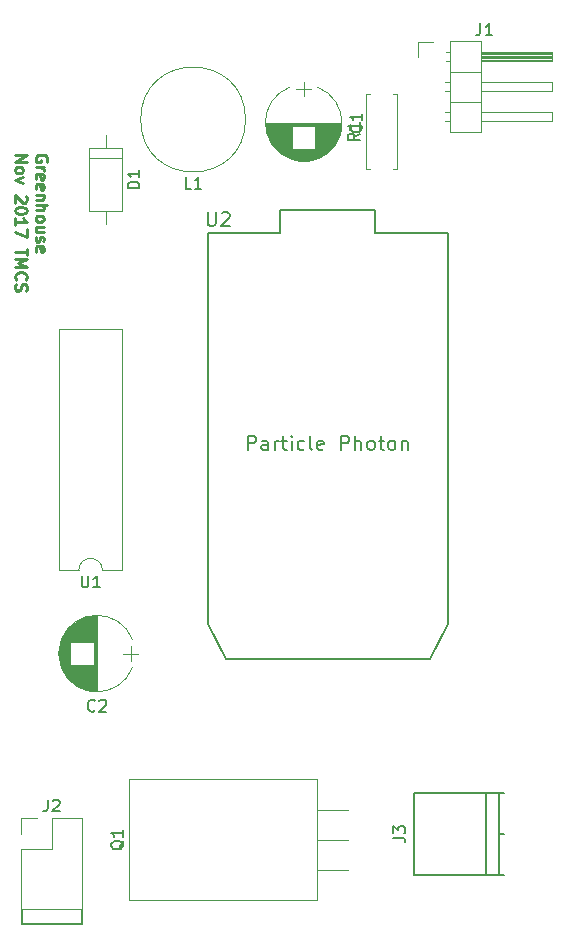
<source format=gbr>
G04 #@! TF.FileFunction,Legend,Top*
%FSLAX46Y46*%
G04 Gerber Fmt 4.6, Leading zero omitted, Abs format (unit mm)*
G04 Created by KiCad (PCBNEW 4.0.7) date 11/12/17 23:12:21*
%MOMM*%
%LPD*%
G01*
G04 APERTURE LIST*
%ADD10C,0.100000*%
%ADD11C,0.250000*%
%ADD12C,0.150000*%
%ADD13C,0.120000*%
G04 APERTURE END LIST*
D10*
D11*
X147425000Y-59943905D02*
X147472619Y-59848667D01*
X147472619Y-59705810D01*
X147425000Y-59562952D01*
X147329762Y-59467714D01*
X147234524Y-59420095D01*
X147044048Y-59372476D01*
X146901190Y-59372476D01*
X146710714Y-59420095D01*
X146615476Y-59467714D01*
X146520238Y-59562952D01*
X146472619Y-59705810D01*
X146472619Y-59801048D01*
X146520238Y-59943905D01*
X146567857Y-59991524D01*
X146901190Y-59991524D01*
X146901190Y-59801048D01*
X146472619Y-60420095D02*
X147139286Y-60420095D01*
X146948810Y-60420095D02*
X147044048Y-60467714D01*
X147091667Y-60515333D01*
X147139286Y-60610571D01*
X147139286Y-60705810D01*
X146520238Y-61420096D02*
X146472619Y-61324858D01*
X146472619Y-61134381D01*
X146520238Y-61039143D01*
X146615476Y-60991524D01*
X146996429Y-60991524D01*
X147091667Y-61039143D01*
X147139286Y-61134381D01*
X147139286Y-61324858D01*
X147091667Y-61420096D01*
X146996429Y-61467715D01*
X146901190Y-61467715D01*
X146805952Y-60991524D01*
X146520238Y-62277239D02*
X146472619Y-62182001D01*
X146472619Y-61991524D01*
X146520238Y-61896286D01*
X146615476Y-61848667D01*
X146996429Y-61848667D01*
X147091667Y-61896286D01*
X147139286Y-61991524D01*
X147139286Y-62182001D01*
X147091667Y-62277239D01*
X146996429Y-62324858D01*
X146901190Y-62324858D01*
X146805952Y-61848667D01*
X147139286Y-62753429D02*
X146472619Y-62753429D01*
X147044048Y-62753429D02*
X147091667Y-62801048D01*
X147139286Y-62896286D01*
X147139286Y-63039144D01*
X147091667Y-63134382D01*
X146996429Y-63182001D01*
X146472619Y-63182001D01*
X146472619Y-63658191D02*
X147472619Y-63658191D01*
X146472619Y-64086763D02*
X146996429Y-64086763D01*
X147091667Y-64039144D01*
X147139286Y-63943906D01*
X147139286Y-63801048D01*
X147091667Y-63705810D01*
X147044048Y-63658191D01*
X146472619Y-64705810D02*
X146520238Y-64610572D01*
X146567857Y-64562953D01*
X146663095Y-64515334D01*
X146948810Y-64515334D01*
X147044048Y-64562953D01*
X147091667Y-64610572D01*
X147139286Y-64705810D01*
X147139286Y-64848668D01*
X147091667Y-64943906D01*
X147044048Y-64991525D01*
X146948810Y-65039144D01*
X146663095Y-65039144D01*
X146567857Y-64991525D01*
X146520238Y-64943906D01*
X146472619Y-64848668D01*
X146472619Y-64705810D01*
X147139286Y-65896287D02*
X146472619Y-65896287D01*
X147139286Y-65467715D02*
X146615476Y-65467715D01*
X146520238Y-65515334D01*
X146472619Y-65610572D01*
X146472619Y-65753430D01*
X146520238Y-65848668D01*
X146567857Y-65896287D01*
X146520238Y-66324858D02*
X146472619Y-66420096D01*
X146472619Y-66610572D01*
X146520238Y-66705811D01*
X146615476Y-66753430D01*
X146663095Y-66753430D01*
X146758333Y-66705811D01*
X146805952Y-66610572D01*
X146805952Y-66467715D01*
X146853571Y-66372477D01*
X146948810Y-66324858D01*
X146996429Y-66324858D01*
X147091667Y-66372477D01*
X147139286Y-66467715D01*
X147139286Y-66610572D01*
X147091667Y-66705811D01*
X146520238Y-67562954D02*
X146472619Y-67467716D01*
X146472619Y-67277239D01*
X146520238Y-67182001D01*
X146615476Y-67134382D01*
X146996429Y-67134382D01*
X147091667Y-67182001D01*
X147139286Y-67277239D01*
X147139286Y-67467716D01*
X147091667Y-67562954D01*
X146996429Y-67610573D01*
X146901190Y-67610573D01*
X146805952Y-67134382D01*
X144722619Y-59420095D02*
X145722619Y-59420095D01*
X144722619Y-59991524D01*
X145722619Y-59991524D01*
X144722619Y-60610571D02*
X144770238Y-60515333D01*
X144817857Y-60467714D01*
X144913095Y-60420095D01*
X145198810Y-60420095D01*
X145294048Y-60467714D01*
X145341667Y-60515333D01*
X145389286Y-60610571D01*
X145389286Y-60753429D01*
X145341667Y-60848667D01*
X145294048Y-60896286D01*
X145198810Y-60943905D01*
X144913095Y-60943905D01*
X144817857Y-60896286D01*
X144770238Y-60848667D01*
X144722619Y-60753429D01*
X144722619Y-60610571D01*
X145389286Y-61277238D02*
X144722619Y-61515333D01*
X145389286Y-61753429D01*
X145627381Y-62848667D02*
X145675000Y-62896286D01*
X145722619Y-62991524D01*
X145722619Y-63229620D01*
X145675000Y-63324858D01*
X145627381Y-63372477D01*
X145532143Y-63420096D01*
X145436905Y-63420096D01*
X145294048Y-63372477D01*
X144722619Y-62801048D01*
X144722619Y-63420096D01*
X145722619Y-64039143D02*
X145722619Y-64134382D01*
X145675000Y-64229620D01*
X145627381Y-64277239D01*
X145532143Y-64324858D01*
X145341667Y-64372477D01*
X145103571Y-64372477D01*
X144913095Y-64324858D01*
X144817857Y-64277239D01*
X144770238Y-64229620D01*
X144722619Y-64134382D01*
X144722619Y-64039143D01*
X144770238Y-63943905D01*
X144817857Y-63896286D01*
X144913095Y-63848667D01*
X145103571Y-63801048D01*
X145341667Y-63801048D01*
X145532143Y-63848667D01*
X145627381Y-63896286D01*
X145675000Y-63943905D01*
X145722619Y-64039143D01*
X144722619Y-65324858D02*
X144722619Y-64753429D01*
X144722619Y-65039143D02*
X145722619Y-65039143D01*
X145579762Y-64943905D01*
X145484524Y-64848667D01*
X145436905Y-64753429D01*
X145722619Y-65658191D02*
X145722619Y-66324858D01*
X144722619Y-65896286D01*
X145722619Y-67324858D02*
X145722619Y-67896287D01*
X144722619Y-67610572D02*
X145722619Y-67610572D01*
X144722619Y-68229620D02*
X145722619Y-68229620D01*
X145008333Y-68562954D01*
X145722619Y-68896287D01*
X144722619Y-68896287D01*
X144817857Y-69943906D02*
X144770238Y-69896287D01*
X144722619Y-69753430D01*
X144722619Y-69658192D01*
X144770238Y-69515334D01*
X144865476Y-69420096D01*
X144960714Y-69372477D01*
X145151190Y-69324858D01*
X145294048Y-69324858D01*
X145484524Y-69372477D01*
X145579762Y-69420096D01*
X145675000Y-69515334D01*
X145722619Y-69658192D01*
X145722619Y-69753430D01*
X145675000Y-69896287D01*
X145627381Y-69943906D01*
X144770238Y-70324858D02*
X144722619Y-70467715D01*
X144722619Y-70705811D01*
X144770238Y-70801049D01*
X144817857Y-70848668D01*
X144913095Y-70896287D01*
X145008333Y-70896287D01*
X145103571Y-70848668D01*
X145151190Y-70801049D01*
X145198810Y-70705811D01*
X145246429Y-70515334D01*
X145294048Y-70420096D01*
X145341667Y-70372477D01*
X145436905Y-70324858D01*
X145532143Y-70324858D01*
X145627381Y-70372477D01*
X145675000Y-70420096D01*
X145722619Y-70515334D01*
X145722619Y-70753430D01*
X145675000Y-70896287D01*
D12*
X181358540Y-99071720D02*
X179834540Y-102101720D01*
X161038540Y-99071720D02*
X162562540Y-102101720D01*
X162562540Y-102101720D02*
X179834540Y-102101720D01*
X181358540Y-65961260D02*
X181358540Y-99071720D01*
X161038540Y-65961720D02*
X161038540Y-99071720D01*
X175211740Y-65961260D02*
X181358540Y-65961260D01*
X167185340Y-65961720D02*
X161038540Y-65961720D01*
X167185340Y-64056260D02*
X167185340Y-65961260D01*
X175211740Y-64056260D02*
X175211740Y-65961260D01*
X167185340Y-64056260D02*
X175211740Y-64056260D01*
D13*
X170343136Y-59679820D02*
G75*
G03X170344000Y-53644518I-1179136J3017820D01*
G01*
X167984864Y-59679820D02*
G75*
G02X167984000Y-53644518I1179136J3017820D01*
G01*
X167984864Y-59679820D02*
G75*
G03X170344000Y-59679482I1179136J3017820D01*
G01*
X172364000Y-56662000D02*
X165964000Y-56662000D01*
X172364000Y-56702000D02*
X165964000Y-56702000D01*
X172364000Y-56742000D02*
X165964000Y-56742000D01*
X172362000Y-56782000D02*
X165966000Y-56782000D01*
X172361000Y-56822000D02*
X165967000Y-56822000D01*
X172358000Y-56862000D02*
X165970000Y-56862000D01*
X172356000Y-56902000D02*
X165972000Y-56902000D01*
X172352000Y-56942000D02*
X170144000Y-56942000D01*
X168184000Y-56942000D02*
X165976000Y-56942000D01*
X172349000Y-56982000D02*
X170144000Y-56982000D01*
X168184000Y-56982000D02*
X165979000Y-56982000D01*
X172344000Y-57022000D02*
X170144000Y-57022000D01*
X168184000Y-57022000D02*
X165984000Y-57022000D01*
X172340000Y-57062000D02*
X170144000Y-57062000D01*
X168184000Y-57062000D02*
X165988000Y-57062000D01*
X172334000Y-57102000D02*
X170144000Y-57102000D01*
X168184000Y-57102000D02*
X165994000Y-57102000D01*
X172329000Y-57142000D02*
X170144000Y-57142000D01*
X168184000Y-57142000D02*
X165999000Y-57142000D01*
X172322000Y-57182000D02*
X170144000Y-57182000D01*
X168184000Y-57182000D02*
X166006000Y-57182000D01*
X172316000Y-57222000D02*
X170144000Y-57222000D01*
X168184000Y-57222000D02*
X166012000Y-57222000D01*
X172308000Y-57262000D02*
X170144000Y-57262000D01*
X168184000Y-57262000D02*
X166020000Y-57262000D01*
X172301000Y-57302000D02*
X170144000Y-57302000D01*
X168184000Y-57302000D02*
X166027000Y-57302000D01*
X172292000Y-57342000D02*
X170144000Y-57342000D01*
X168184000Y-57342000D02*
X166036000Y-57342000D01*
X172283000Y-57383000D02*
X170144000Y-57383000D01*
X168184000Y-57383000D02*
X166045000Y-57383000D01*
X172274000Y-57423000D02*
X170144000Y-57423000D01*
X168184000Y-57423000D02*
X166054000Y-57423000D01*
X172264000Y-57463000D02*
X170144000Y-57463000D01*
X168184000Y-57463000D02*
X166064000Y-57463000D01*
X172254000Y-57503000D02*
X170144000Y-57503000D01*
X168184000Y-57503000D02*
X166074000Y-57503000D01*
X172243000Y-57543000D02*
X170144000Y-57543000D01*
X168184000Y-57543000D02*
X166085000Y-57543000D01*
X172231000Y-57583000D02*
X170144000Y-57583000D01*
X168184000Y-57583000D02*
X166097000Y-57583000D01*
X172219000Y-57623000D02*
X170144000Y-57623000D01*
X168184000Y-57623000D02*
X166109000Y-57623000D01*
X172206000Y-57663000D02*
X170144000Y-57663000D01*
X168184000Y-57663000D02*
X166122000Y-57663000D01*
X172193000Y-57703000D02*
X170144000Y-57703000D01*
X168184000Y-57703000D02*
X166135000Y-57703000D01*
X172179000Y-57743000D02*
X170144000Y-57743000D01*
X168184000Y-57743000D02*
X166149000Y-57743000D01*
X172165000Y-57783000D02*
X170144000Y-57783000D01*
X168184000Y-57783000D02*
X166163000Y-57783000D01*
X172150000Y-57823000D02*
X170144000Y-57823000D01*
X168184000Y-57823000D02*
X166178000Y-57823000D01*
X172134000Y-57863000D02*
X170144000Y-57863000D01*
X168184000Y-57863000D02*
X166194000Y-57863000D01*
X172118000Y-57903000D02*
X170144000Y-57903000D01*
X168184000Y-57903000D02*
X166210000Y-57903000D01*
X172101000Y-57943000D02*
X170144000Y-57943000D01*
X168184000Y-57943000D02*
X166227000Y-57943000D01*
X172083000Y-57983000D02*
X170144000Y-57983000D01*
X168184000Y-57983000D02*
X166245000Y-57983000D01*
X172065000Y-58023000D02*
X170144000Y-58023000D01*
X168184000Y-58023000D02*
X166263000Y-58023000D01*
X172046000Y-58063000D02*
X170144000Y-58063000D01*
X168184000Y-58063000D02*
X166282000Y-58063000D01*
X172027000Y-58103000D02*
X170144000Y-58103000D01*
X168184000Y-58103000D02*
X166301000Y-58103000D01*
X172007000Y-58143000D02*
X170144000Y-58143000D01*
X168184000Y-58143000D02*
X166321000Y-58143000D01*
X171986000Y-58183000D02*
X170144000Y-58183000D01*
X168184000Y-58183000D02*
X166342000Y-58183000D01*
X171964000Y-58223000D02*
X170144000Y-58223000D01*
X168184000Y-58223000D02*
X166364000Y-58223000D01*
X171942000Y-58263000D02*
X170144000Y-58263000D01*
X168184000Y-58263000D02*
X166386000Y-58263000D01*
X171919000Y-58303000D02*
X170144000Y-58303000D01*
X168184000Y-58303000D02*
X166409000Y-58303000D01*
X171895000Y-58343000D02*
X170144000Y-58343000D01*
X168184000Y-58343000D02*
X166433000Y-58343000D01*
X171870000Y-58383000D02*
X170144000Y-58383000D01*
X168184000Y-58383000D02*
X166458000Y-58383000D01*
X171845000Y-58423000D02*
X170144000Y-58423000D01*
X168184000Y-58423000D02*
X166483000Y-58423000D01*
X171818000Y-58463000D02*
X170144000Y-58463000D01*
X168184000Y-58463000D02*
X166510000Y-58463000D01*
X171791000Y-58503000D02*
X170144000Y-58503000D01*
X168184000Y-58503000D02*
X166537000Y-58503000D01*
X171763000Y-58543000D02*
X170144000Y-58543000D01*
X168184000Y-58543000D02*
X166565000Y-58543000D01*
X171734000Y-58583000D02*
X170144000Y-58583000D01*
X168184000Y-58583000D02*
X166594000Y-58583000D01*
X171704000Y-58623000D02*
X170144000Y-58623000D01*
X168184000Y-58623000D02*
X166624000Y-58623000D01*
X171674000Y-58663000D02*
X170144000Y-58663000D01*
X168184000Y-58663000D02*
X166654000Y-58663000D01*
X171642000Y-58703000D02*
X170144000Y-58703000D01*
X168184000Y-58703000D02*
X166686000Y-58703000D01*
X171609000Y-58743000D02*
X170144000Y-58743000D01*
X168184000Y-58743000D02*
X166719000Y-58743000D01*
X171575000Y-58783000D02*
X170144000Y-58783000D01*
X168184000Y-58783000D02*
X166753000Y-58783000D01*
X171539000Y-58823000D02*
X170144000Y-58823000D01*
X168184000Y-58823000D02*
X166789000Y-58823000D01*
X171503000Y-58863000D02*
X170144000Y-58863000D01*
X168184000Y-58863000D02*
X166825000Y-58863000D01*
X171465000Y-58903000D02*
X166863000Y-58903000D01*
X171426000Y-58943000D02*
X166902000Y-58943000D01*
X171386000Y-58983000D02*
X166942000Y-58983000D01*
X171344000Y-59023000D02*
X166984000Y-59023000D01*
X171301000Y-59063000D02*
X167027000Y-59063000D01*
X171256000Y-59103000D02*
X167072000Y-59103000D01*
X171209000Y-59143000D02*
X167119000Y-59143000D01*
X171161000Y-59183000D02*
X167167000Y-59183000D01*
X171110000Y-59223000D02*
X167218000Y-59223000D01*
X171058000Y-59263000D02*
X167270000Y-59263000D01*
X171003000Y-59303000D02*
X167325000Y-59303000D01*
X170945000Y-59343000D02*
X167383000Y-59343000D01*
X170885000Y-59383000D02*
X167443000Y-59383000D01*
X170822000Y-59423000D02*
X167506000Y-59423000D01*
X170755000Y-59463000D02*
X167573000Y-59463000D01*
X170684000Y-59503000D02*
X167644000Y-59503000D01*
X170609000Y-59543000D02*
X167719000Y-59543000D01*
X170528000Y-59583000D02*
X167800000Y-59583000D01*
X170442000Y-59623000D02*
X167886000Y-59623000D01*
X170348000Y-59663000D02*
X167980000Y-59663000D01*
X170245000Y-59703000D02*
X168083000Y-59703000D01*
X170130000Y-59743000D02*
X168198000Y-59743000D01*
X169998000Y-59783000D02*
X168330000Y-59783000D01*
X169840000Y-59823000D02*
X168488000Y-59823000D01*
X169632000Y-59863000D02*
X168696000Y-59863000D01*
X169164000Y-53212000D02*
X169164000Y-54412000D01*
X169814000Y-53812000D02*
X168514000Y-53812000D01*
X148640180Y-102779136D02*
G75*
G03X154675482Y-102780000I3017820J1179136D01*
G01*
X148640180Y-100420864D02*
G75*
G02X154675482Y-100420000I3017820J-1179136D01*
G01*
X148640180Y-100420864D02*
G75*
G03X148640518Y-102780000I3017820J-1179136D01*
G01*
X151658000Y-104800000D02*
X151658000Y-98400000D01*
X151618000Y-104800000D02*
X151618000Y-98400000D01*
X151578000Y-104800000D02*
X151578000Y-98400000D01*
X151538000Y-104798000D02*
X151538000Y-98402000D01*
X151498000Y-104797000D02*
X151498000Y-98403000D01*
X151458000Y-104794000D02*
X151458000Y-98406000D01*
X151418000Y-104792000D02*
X151418000Y-98408000D01*
X151378000Y-104788000D02*
X151378000Y-102580000D01*
X151378000Y-100620000D02*
X151378000Y-98412000D01*
X151338000Y-104785000D02*
X151338000Y-102580000D01*
X151338000Y-100620000D02*
X151338000Y-98415000D01*
X151298000Y-104780000D02*
X151298000Y-102580000D01*
X151298000Y-100620000D02*
X151298000Y-98420000D01*
X151258000Y-104776000D02*
X151258000Y-102580000D01*
X151258000Y-100620000D02*
X151258000Y-98424000D01*
X151218000Y-104770000D02*
X151218000Y-102580000D01*
X151218000Y-100620000D02*
X151218000Y-98430000D01*
X151178000Y-104765000D02*
X151178000Y-102580000D01*
X151178000Y-100620000D02*
X151178000Y-98435000D01*
X151138000Y-104758000D02*
X151138000Y-102580000D01*
X151138000Y-100620000D02*
X151138000Y-98442000D01*
X151098000Y-104752000D02*
X151098000Y-102580000D01*
X151098000Y-100620000D02*
X151098000Y-98448000D01*
X151058000Y-104744000D02*
X151058000Y-102580000D01*
X151058000Y-100620000D02*
X151058000Y-98456000D01*
X151018000Y-104737000D02*
X151018000Y-102580000D01*
X151018000Y-100620000D02*
X151018000Y-98463000D01*
X150978000Y-104728000D02*
X150978000Y-102580000D01*
X150978000Y-100620000D02*
X150978000Y-98472000D01*
X150937000Y-104719000D02*
X150937000Y-102580000D01*
X150937000Y-100620000D02*
X150937000Y-98481000D01*
X150897000Y-104710000D02*
X150897000Y-102580000D01*
X150897000Y-100620000D02*
X150897000Y-98490000D01*
X150857000Y-104700000D02*
X150857000Y-102580000D01*
X150857000Y-100620000D02*
X150857000Y-98500000D01*
X150817000Y-104690000D02*
X150817000Y-102580000D01*
X150817000Y-100620000D02*
X150817000Y-98510000D01*
X150777000Y-104679000D02*
X150777000Y-102580000D01*
X150777000Y-100620000D02*
X150777000Y-98521000D01*
X150737000Y-104667000D02*
X150737000Y-102580000D01*
X150737000Y-100620000D02*
X150737000Y-98533000D01*
X150697000Y-104655000D02*
X150697000Y-102580000D01*
X150697000Y-100620000D02*
X150697000Y-98545000D01*
X150657000Y-104642000D02*
X150657000Y-102580000D01*
X150657000Y-100620000D02*
X150657000Y-98558000D01*
X150617000Y-104629000D02*
X150617000Y-102580000D01*
X150617000Y-100620000D02*
X150617000Y-98571000D01*
X150577000Y-104615000D02*
X150577000Y-102580000D01*
X150577000Y-100620000D02*
X150577000Y-98585000D01*
X150537000Y-104601000D02*
X150537000Y-102580000D01*
X150537000Y-100620000D02*
X150537000Y-98599000D01*
X150497000Y-104586000D02*
X150497000Y-102580000D01*
X150497000Y-100620000D02*
X150497000Y-98614000D01*
X150457000Y-104570000D02*
X150457000Y-102580000D01*
X150457000Y-100620000D02*
X150457000Y-98630000D01*
X150417000Y-104554000D02*
X150417000Y-102580000D01*
X150417000Y-100620000D02*
X150417000Y-98646000D01*
X150377000Y-104537000D02*
X150377000Y-102580000D01*
X150377000Y-100620000D02*
X150377000Y-98663000D01*
X150337000Y-104519000D02*
X150337000Y-102580000D01*
X150337000Y-100620000D02*
X150337000Y-98681000D01*
X150297000Y-104501000D02*
X150297000Y-102580000D01*
X150297000Y-100620000D02*
X150297000Y-98699000D01*
X150257000Y-104482000D02*
X150257000Y-102580000D01*
X150257000Y-100620000D02*
X150257000Y-98718000D01*
X150217000Y-104463000D02*
X150217000Y-102580000D01*
X150217000Y-100620000D02*
X150217000Y-98737000D01*
X150177000Y-104443000D02*
X150177000Y-102580000D01*
X150177000Y-100620000D02*
X150177000Y-98757000D01*
X150137000Y-104422000D02*
X150137000Y-102580000D01*
X150137000Y-100620000D02*
X150137000Y-98778000D01*
X150097000Y-104400000D02*
X150097000Y-102580000D01*
X150097000Y-100620000D02*
X150097000Y-98800000D01*
X150057000Y-104378000D02*
X150057000Y-102580000D01*
X150057000Y-100620000D02*
X150057000Y-98822000D01*
X150017000Y-104355000D02*
X150017000Y-102580000D01*
X150017000Y-100620000D02*
X150017000Y-98845000D01*
X149977000Y-104331000D02*
X149977000Y-102580000D01*
X149977000Y-100620000D02*
X149977000Y-98869000D01*
X149937000Y-104306000D02*
X149937000Y-102580000D01*
X149937000Y-100620000D02*
X149937000Y-98894000D01*
X149897000Y-104281000D02*
X149897000Y-102580000D01*
X149897000Y-100620000D02*
X149897000Y-98919000D01*
X149857000Y-104254000D02*
X149857000Y-102580000D01*
X149857000Y-100620000D02*
X149857000Y-98946000D01*
X149817000Y-104227000D02*
X149817000Y-102580000D01*
X149817000Y-100620000D02*
X149817000Y-98973000D01*
X149777000Y-104199000D02*
X149777000Y-102580000D01*
X149777000Y-100620000D02*
X149777000Y-99001000D01*
X149737000Y-104170000D02*
X149737000Y-102580000D01*
X149737000Y-100620000D02*
X149737000Y-99030000D01*
X149697000Y-104140000D02*
X149697000Y-102580000D01*
X149697000Y-100620000D02*
X149697000Y-99060000D01*
X149657000Y-104110000D02*
X149657000Y-102580000D01*
X149657000Y-100620000D02*
X149657000Y-99090000D01*
X149617000Y-104078000D02*
X149617000Y-102580000D01*
X149617000Y-100620000D02*
X149617000Y-99122000D01*
X149577000Y-104045000D02*
X149577000Y-102580000D01*
X149577000Y-100620000D02*
X149577000Y-99155000D01*
X149537000Y-104011000D02*
X149537000Y-102580000D01*
X149537000Y-100620000D02*
X149537000Y-99189000D01*
X149497000Y-103975000D02*
X149497000Y-102580000D01*
X149497000Y-100620000D02*
X149497000Y-99225000D01*
X149457000Y-103939000D02*
X149457000Y-102580000D01*
X149457000Y-100620000D02*
X149457000Y-99261000D01*
X149417000Y-103901000D02*
X149417000Y-99299000D01*
X149377000Y-103862000D02*
X149377000Y-99338000D01*
X149337000Y-103822000D02*
X149337000Y-99378000D01*
X149297000Y-103780000D02*
X149297000Y-99420000D01*
X149257000Y-103737000D02*
X149257000Y-99463000D01*
X149217000Y-103692000D02*
X149217000Y-99508000D01*
X149177000Y-103645000D02*
X149177000Y-99555000D01*
X149137000Y-103597000D02*
X149137000Y-99603000D01*
X149097000Y-103546000D02*
X149097000Y-99654000D01*
X149057000Y-103494000D02*
X149057000Y-99706000D01*
X149017000Y-103439000D02*
X149017000Y-99761000D01*
X148977000Y-103381000D02*
X148977000Y-99819000D01*
X148937000Y-103321000D02*
X148937000Y-99879000D01*
X148897000Y-103258000D02*
X148897000Y-99942000D01*
X148857000Y-103191000D02*
X148857000Y-100009000D01*
X148817000Y-103120000D02*
X148817000Y-100080000D01*
X148777000Y-103045000D02*
X148777000Y-100155000D01*
X148737000Y-102964000D02*
X148737000Y-100236000D01*
X148697000Y-102878000D02*
X148697000Y-100322000D01*
X148657000Y-102784000D02*
X148657000Y-100416000D01*
X148617000Y-102681000D02*
X148617000Y-100519000D01*
X148577000Y-102566000D02*
X148577000Y-100634000D01*
X148537000Y-102434000D02*
X148537000Y-100766000D01*
X148497000Y-102276000D02*
X148497000Y-100924000D01*
X148457000Y-102068000D02*
X148457000Y-101132000D01*
X155108000Y-101600000D02*
X153908000Y-101600000D01*
X154508000Y-102250000D02*
X154508000Y-100950000D01*
X153810000Y-58808000D02*
X150990000Y-58808000D01*
X150990000Y-58808000D02*
X150990000Y-64128000D01*
X150990000Y-64128000D02*
X153810000Y-64128000D01*
X153810000Y-64128000D02*
X153810000Y-58808000D01*
X152400000Y-57668000D02*
X152400000Y-58808000D01*
X152400000Y-65268000D02*
X152400000Y-64128000D01*
X153810000Y-59648000D02*
X150990000Y-59648000D01*
X181526000Y-49724000D02*
X181526000Y-57464000D01*
X181526000Y-57464000D02*
X184186000Y-57464000D01*
X184186000Y-57464000D02*
X184186000Y-49724000D01*
X184186000Y-49724000D02*
X181526000Y-49724000D01*
X184186000Y-50674000D02*
X190186000Y-50674000D01*
X190186000Y-50674000D02*
X190186000Y-51434000D01*
X190186000Y-51434000D02*
X184186000Y-51434000D01*
X184186000Y-50734000D02*
X190186000Y-50734000D01*
X184186000Y-50854000D02*
X190186000Y-50854000D01*
X184186000Y-50974000D02*
X190186000Y-50974000D01*
X184186000Y-51094000D02*
X190186000Y-51094000D01*
X184186000Y-51214000D02*
X190186000Y-51214000D01*
X184186000Y-51334000D02*
X190186000Y-51334000D01*
X181196000Y-50674000D02*
X181526000Y-50674000D01*
X181196000Y-51434000D02*
X181526000Y-51434000D01*
X181526000Y-52324000D02*
X184186000Y-52324000D01*
X184186000Y-53214000D02*
X190186000Y-53214000D01*
X190186000Y-53214000D02*
X190186000Y-53974000D01*
X190186000Y-53974000D02*
X184186000Y-53974000D01*
X181128929Y-53214000D02*
X181526000Y-53214000D01*
X181128929Y-53974000D02*
X181526000Y-53974000D01*
X181526000Y-54864000D02*
X184186000Y-54864000D01*
X184186000Y-55754000D02*
X190186000Y-55754000D01*
X190186000Y-55754000D02*
X190186000Y-56514000D01*
X190186000Y-56514000D02*
X184186000Y-56514000D01*
X181128929Y-55754000D02*
X181526000Y-55754000D01*
X181128929Y-56514000D02*
X181526000Y-56514000D01*
X178816000Y-51054000D02*
X178816000Y-49784000D01*
X178816000Y-49784000D02*
X180086000Y-49784000D01*
D12*
X150368000Y-124460000D02*
X150368000Y-123190000D01*
X145288000Y-124460000D02*
X150368000Y-124460000D01*
X145288000Y-123190000D02*
X145288000Y-124460000D01*
D13*
X145228000Y-123250000D02*
X150428000Y-123250000D01*
X145228000Y-118110000D02*
X145228000Y-123250000D01*
X150428000Y-115510000D02*
X150428000Y-123250000D01*
X145228000Y-118110000D02*
X147828000Y-118110000D01*
X147828000Y-118110000D02*
X147828000Y-115510000D01*
X147828000Y-115510000D02*
X150428000Y-115510000D01*
X145228000Y-116840000D02*
X145228000Y-115510000D01*
X145228000Y-115510000D02*
X146558000Y-115510000D01*
D12*
X185710000Y-116868000D02*
X186110000Y-116868000D01*
X184610000Y-120368000D02*
X184610000Y-113368000D01*
X185710000Y-120368000D02*
X185710000Y-113368000D01*
X178510000Y-120368000D02*
X186110000Y-120368000D01*
X186110000Y-113368000D02*
X178510000Y-113368000D01*
X178510000Y-113368000D02*
X178510000Y-120368000D01*
D13*
X164246000Y-56388000D02*
G75*
G03X164246000Y-56388000I-4440000J0D01*
G01*
X174788000Y-60614000D02*
X174458000Y-60614000D01*
X174458000Y-60614000D02*
X174458000Y-54194000D01*
X174458000Y-54194000D02*
X174788000Y-54194000D01*
X176748000Y-60614000D02*
X177078000Y-60614000D01*
X177078000Y-60614000D02*
X177078000Y-54194000D01*
X177078000Y-54194000D02*
X176748000Y-54194000D01*
X150130000Y-94548000D02*
G75*
G02X152130000Y-94548000I1000000J0D01*
G01*
X152130000Y-94548000D02*
X153780000Y-94548000D01*
X153780000Y-94548000D02*
X153780000Y-74108000D01*
X153780000Y-74108000D02*
X148480000Y-74108000D01*
X148480000Y-74108000D02*
X148480000Y-94548000D01*
X148480000Y-94548000D02*
X150130000Y-94548000D01*
X170300000Y-122468000D02*
X170300000Y-112228000D01*
X154410000Y-122468000D02*
X154410000Y-112228000D01*
X154410000Y-122468000D02*
X170300000Y-122468000D01*
X154410000Y-112228000D02*
X170300000Y-112228000D01*
X170300000Y-119888000D02*
X172940000Y-119888000D01*
X170300000Y-117348000D02*
X172924000Y-117348000D01*
X170300000Y-114808000D02*
X172924000Y-114808000D01*
D12*
X161024254Y-64204117D02*
X161024254Y-65175546D01*
X161081397Y-65289831D01*
X161138540Y-65346974D01*
X161252826Y-65404117D01*
X161481397Y-65404117D01*
X161595683Y-65346974D01*
X161652826Y-65289831D01*
X161709969Y-65175546D01*
X161709969Y-64204117D01*
X162224254Y-64318403D02*
X162281397Y-64261260D01*
X162395683Y-64204117D01*
X162681397Y-64204117D01*
X162795683Y-64261260D01*
X162852826Y-64318403D01*
X162909969Y-64432689D01*
X162909969Y-64546974D01*
X162852826Y-64718403D01*
X162167112Y-65404117D01*
X162909969Y-65404117D01*
X164427113Y-84362857D02*
X164427113Y-83162857D01*
X164884256Y-83162857D01*
X164998542Y-83220000D01*
X165055685Y-83277143D01*
X165112828Y-83391429D01*
X165112828Y-83562857D01*
X165055685Y-83677143D01*
X164998542Y-83734286D01*
X164884256Y-83791429D01*
X164427113Y-83791429D01*
X166141399Y-84362857D02*
X166141399Y-83734286D01*
X166084256Y-83620000D01*
X165969970Y-83562857D01*
X165741399Y-83562857D01*
X165627113Y-83620000D01*
X166141399Y-84305714D02*
X166027113Y-84362857D01*
X165741399Y-84362857D01*
X165627113Y-84305714D01*
X165569970Y-84191429D01*
X165569970Y-84077143D01*
X165627113Y-83962857D01*
X165741399Y-83905714D01*
X166027113Y-83905714D01*
X166141399Y-83848571D01*
X166712827Y-84362857D02*
X166712827Y-83562857D01*
X166712827Y-83791429D02*
X166769970Y-83677143D01*
X166827113Y-83620000D01*
X166941399Y-83562857D01*
X167055684Y-83562857D01*
X167284256Y-83562857D02*
X167741399Y-83562857D01*
X167455684Y-83162857D02*
X167455684Y-84191429D01*
X167512827Y-84305714D01*
X167627113Y-84362857D01*
X167741399Y-84362857D01*
X168141398Y-84362857D02*
X168141398Y-83562857D01*
X168141398Y-83162857D02*
X168084255Y-83220000D01*
X168141398Y-83277143D01*
X168198541Y-83220000D01*
X168141398Y-83162857D01*
X168141398Y-83277143D01*
X169227113Y-84305714D02*
X169112827Y-84362857D01*
X168884256Y-84362857D01*
X168769970Y-84305714D01*
X168712827Y-84248571D01*
X168655684Y-84134286D01*
X168655684Y-83791429D01*
X168712827Y-83677143D01*
X168769970Y-83620000D01*
X168884256Y-83562857D01*
X169112827Y-83562857D01*
X169227113Y-83620000D01*
X169912827Y-84362857D02*
X169798541Y-84305714D01*
X169741398Y-84191429D01*
X169741398Y-83162857D01*
X170827112Y-84305714D02*
X170712826Y-84362857D01*
X170484255Y-84362857D01*
X170369969Y-84305714D01*
X170312826Y-84191429D01*
X170312826Y-83734286D01*
X170369969Y-83620000D01*
X170484255Y-83562857D01*
X170712826Y-83562857D01*
X170827112Y-83620000D01*
X170884255Y-83734286D01*
X170884255Y-83848571D01*
X170312826Y-83962857D01*
X172312826Y-84362857D02*
X172312826Y-83162857D01*
X172769969Y-83162857D01*
X172884255Y-83220000D01*
X172941398Y-83277143D01*
X172998541Y-83391429D01*
X172998541Y-83562857D01*
X172941398Y-83677143D01*
X172884255Y-83734286D01*
X172769969Y-83791429D01*
X172312826Y-83791429D01*
X173512826Y-84362857D02*
X173512826Y-83162857D01*
X174027112Y-84362857D02*
X174027112Y-83734286D01*
X173969969Y-83620000D01*
X173855683Y-83562857D01*
X173684255Y-83562857D01*
X173569969Y-83620000D01*
X173512826Y-83677143D01*
X174769969Y-84362857D02*
X174655683Y-84305714D01*
X174598540Y-84248571D01*
X174541397Y-84134286D01*
X174541397Y-83791429D01*
X174598540Y-83677143D01*
X174655683Y-83620000D01*
X174769969Y-83562857D01*
X174941397Y-83562857D01*
X175055683Y-83620000D01*
X175112826Y-83677143D01*
X175169969Y-83791429D01*
X175169969Y-84134286D01*
X175112826Y-84248571D01*
X175055683Y-84305714D01*
X174941397Y-84362857D01*
X174769969Y-84362857D01*
X175512826Y-83562857D02*
X175969969Y-83562857D01*
X175684254Y-83162857D02*
X175684254Y-84191429D01*
X175741397Y-84305714D01*
X175855683Y-84362857D01*
X175969969Y-84362857D01*
X176541397Y-84362857D02*
X176427111Y-84305714D01*
X176369968Y-84248571D01*
X176312825Y-84134286D01*
X176312825Y-83791429D01*
X176369968Y-83677143D01*
X176427111Y-83620000D01*
X176541397Y-83562857D01*
X176712825Y-83562857D01*
X176827111Y-83620000D01*
X176884254Y-83677143D01*
X176941397Y-83791429D01*
X176941397Y-84134286D01*
X176884254Y-84248571D01*
X176827111Y-84305714D01*
X176712825Y-84362857D01*
X176541397Y-84362857D01*
X177455682Y-83562857D02*
X177455682Y-84362857D01*
X177455682Y-83677143D02*
X177512825Y-83620000D01*
X177627111Y-83562857D01*
X177798539Y-83562857D01*
X177912825Y-83620000D01*
X177969968Y-83734286D01*
X177969968Y-84362857D01*
X173981143Y-56828666D02*
X174028762Y-56876285D01*
X174076381Y-57019142D01*
X174076381Y-57114380D01*
X174028762Y-57257238D01*
X173933524Y-57352476D01*
X173838286Y-57400095D01*
X173647810Y-57447714D01*
X173504952Y-57447714D01*
X173314476Y-57400095D01*
X173219238Y-57352476D01*
X173124000Y-57257238D01*
X173076381Y-57114380D01*
X173076381Y-57019142D01*
X173124000Y-56876285D01*
X173171619Y-56828666D01*
X174076381Y-55876285D02*
X174076381Y-56447714D01*
X174076381Y-56162000D02*
X173076381Y-56162000D01*
X173219238Y-56257238D01*
X173314476Y-56352476D01*
X173362095Y-56447714D01*
X151491334Y-106417143D02*
X151443715Y-106464762D01*
X151300858Y-106512381D01*
X151205620Y-106512381D01*
X151062762Y-106464762D01*
X150967524Y-106369524D01*
X150919905Y-106274286D01*
X150872286Y-106083810D01*
X150872286Y-105940952D01*
X150919905Y-105750476D01*
X150967524Y-105655238D01*
X151062762Y-105560000D01*
X151205620Y-105512381D01*
X151300858Y-105512381D01*
X151443715Y-105560000D01*
X151491334Y-105607619D01*
X151872286Y-105607619D02*
X151919905Y-105560000D01*
X152015143Y-105512381D01*
X152253239Y-105512381D01*
X152348477Y-105560000D01*
X152396096Y-105607619D01*
X152443715Y-105702857D01*
X152443715Y-105798095D01*
X152396096Y-105940952D01*
X151824667Y-106512381D01*
X152443715Y-106512381D01*
X155262381Y-62206095D02*
X154262381Y-62206095D01*
X154262381Y-61968000D01*
X154310000Y-61825142D01*
X154405238Y-61729904D01*
X154500476Y-61682285D01*
X154690952Y-61634666D01*
X154833810Y-61634666D01*
X155024286Y-61682285D01*
X155119524Y-61729904D01*
X155214762Y-61825142D01*
X155262381Y-61968000D01*
X155262381Y-62206095D01*
X155262381Y-60682285D02*
X155262381Y-61253714D01*
X155262381Y-60968000D02*
X154262381Y-60968000D01*
X154405238Y-61063238D01*
X154500476Y-61158476D01*
X154548095Y-61253714D01*
X184137667Y-48236381D02*
X184137667Y-48950667D01*
X184090047Y-49093524D01*
X183994809Y-49188762D01*
X183851952Y-49236381D01*
X183756714Y-49236381D01*
X185137667Y-49236381D02*
X184566238Y-49236381D01*
X184851952Y-49236381D02*
X184851952Y-48236381D01*
X184756714Y-48379238D01*
X184661476Y-48474476D01*
X184566238Y-48522095D01*
X147494667Y-113962381D02*
X147494667Y-114676667D01*
X147447047Y-114819524D01*
X147351809Y-114914762D01*
X147208952Y-114962381D01*
X147113714Y-114962381D01*
X147923238Y-114057619D02*
X147970857Y-114010000D01*
X148066095Y-113962381D01*
X148304191Y-113962381D01*
X148399429Y-114010000D01*
X148447048Y-114057619D01*
X148494667Y-114152857D01*
X148494667Y-114248095D01*
X148447048Y-114390952D01*
X147875619Y-114962381D01*
X148494667Y-114962381D01*
X176762381Y-117201333D02*
X177476667Y-117201333D01*
X177619524Y-117248953D01*
X177714762Y-117344191D01*
X177762381Y-117487048D01*
X177762381Y-117582286D01*
X176762381Y-116820381D02*
X176762381Y-116201333D01*
X177143333Y-116534667D01*
X177143333Y-116391809D01*
X177190952Y-116296571D01*
X177238571Y-116248952D01*
X177333810Y-116201333D01*
X177571905Y-116201333D01*
X177667143Y-116248952D01*
X177714762Y-116296571D01*
X177762381Y-116391809D01*
X177762381Y-116677524D01*
X177714762Y-116772762D01*
X177667143Y-116820381D01*
X159639334Y-62250381D02*
X159163143Y-62250381D01*
X159163143Y-61250381D01*
X160496477Y-62250381D02*
X159925048Y-62250381D01*
X160210762Y-62250381D02*
X160210762Y-61250381D01*
X160115524Y-61393238D01*
X160020286Y-61488476D01*
X159925048Y-61536095D01*
X173910381Y-57570666D02*
X173434190Y-57904000D01*
X173910381Y-58142095D02*
X172910381Y-58142095D01*
X172910381Y-57761142D01*
X172958000Y-57665904D01*
X173005619Y-57618285D01*
X173100857Y-57570666D01*
X173243714Y-57570666D01*
X173338952Y-57618285D01*
X173386571Y-57665904D01*
X173434190Y-57761142D01*
X173434190Y-58142095D01*
X173910381Y-56618285D02*
X173910381Y-57189714D01*
X173910381Y-56904000D02*
X172910381Y-56904000D01*
X173053238Y-56999238D01*
X173148476Y-57094476D01*
X173196095Y-57189714D01*
X150368095Y-95000381D02*
X150368095Y-95809905D01*
X150415714Y-95905143D01*
X150463333Y-95952762D01*
X150558571Y-96000381D01*
X150749048Y-96000381D01*
X150844286Y-95952762D01*
X150891905Y-95905143D01*
X150939524Y-95809905D01*
X150939524Y-95000381D01*
X151939524Y-96000381D02*
X151368095Y-96000381D01*
X151653809Y-96000381D02*
X151653809Y-95000381D01*
X151558571Y-95143238D01*
X151463333Y-95238476D01*
X151368095Y-95286095D01*
X153957619Y-117443238D02*
X153910000Y-117538476D01*
X153814762Y-117633714D01*
X153671905Y-117776571D01*
X153624286Y-117871810D01*
X153624286Y-117967048D01*
X153862381Y-117919429D02*
X153814762Y-118014667D01*
X153719524Y-118109905D01*
X153529048Y-118157524D01*
X153195714Y-118157524D01*
X153005238Y-118109905D01*
X152910000Y-118014667D01*
X152862381Y-117919429D01*
X152862381Y-117728952D01*
X152910000Y-117633714D01*
X153005238Y-117538476D01*
X153195714Y-117490857D01*
X153529048Y-117490857D01*
X153719524Y-117538476D01*
X153814762Y-117633714D01*
X153862381Y-117728952D01*
X153862381Y-117919429D01*
X153862381Y-116538476D02*
X153862381Y-117109905D01*
X153862381Y-116824191D02*
X152862381Y-116824191D01*
X153005238Y-116919429D01*
X153100476Y-117014667D01*
X153148095Y-117109905D01*
M02*

</source>
